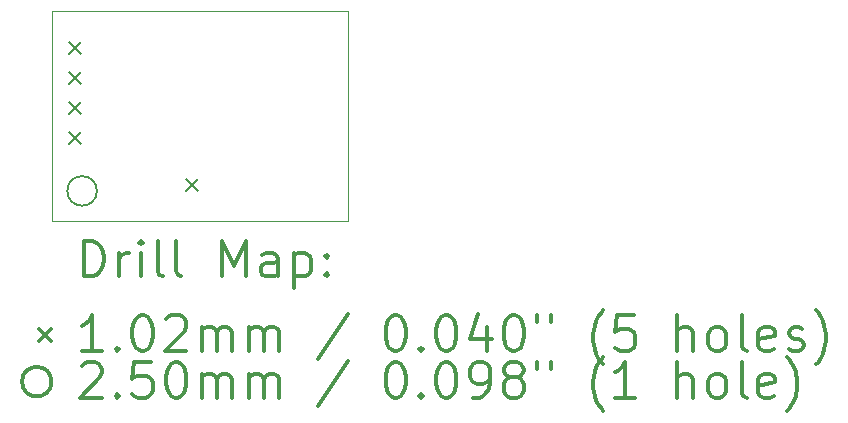
<source format=gbr>
%FSLAX45Y45*%
G04 Gerber Fmt 4.5, Leading zero omitted, Abs format (unit mm)*
G04 Created by KiCad (PCBNEW 4.0.2+dfsg1-stable) date søn 29 jan 2017 20:42:53 CET*
%MOMM*%
G01*
G04 APERTURE LIST*
%ADD10C,0.127000*%
%ADD11C,0.100000*%
%ADD12C,0.200000*%
%ADD13C,0.300000*%
G04 APERTURE END LIST*
D10*
D11*
X2501900Y1778000D02*
X0Y1778000D01*
X2501900Y0D02*
X2501900Y1778000D01*
X0Y0D02*
X2501900Y0D01*
X0Y1778000D02*
X0Y0D01*
D12*
X139700Y1511300D02*
X241300Y1409700D01*
X241300Y1511300D02*
X139700Y1409700D01*
X139700Y1257300D02*
X241300Y1155700D01*
X241300Y1257300D02*
X139700Y1155700D01*
X139700Y1003300D02*
X241300Y901700D01*
X241300Y1003300D02*
X139700Y901700D01*
X139700Y749300D02*
X241300Y647700D01*
X241300Y749300D02*
X139700Y647700D01*
X1130300Y355600D02*
X1231900Y254000D01*
X1231900Y355600D02*
X1130300Y254000D01*
X379000Y254000D02*
G75*
G03X379000Y254000I-125000J0D01*
G01*
D13*
X266429Y-470714D02*
X266429Y-170714D01*
X337857Y-170714D01*
X380714Y-185000D01*
X409286Y-213571D01*
X423571Y-242143D01*
X437857Y-299286D01*
X437857Y-342143D01*
X423571Y-399286D01*
X409286Y-427857D01*
X380714Y-456429D01*
X337857Y-470714D01*
X266429Y-470714D01*
X566429Y-470714D02*
X566429Y-270714D01*
X566429Y-327857D02*
X580714Y-299286D01*
X595000Y-285000D01*
X623571Y-270714D01*
X652143Y-270714D01*
X752143Y-470714D02*
X752143Y-270714D01*
X752143Y-170714D02*
X737857Y-185000D01*
X752143Y-199286D01*
X766428Y-185000D01*
X752143Y-170714D01*
X752143Y-199286D01*
X937857Y-470714D02*
X909286Y-456429D01*
X895000Y-427857D01*
X895000Y-170714D01*
X1095000Y-470714D02*
X1066429Y-456429D01*
X1052143Y-427857D01*
X1052143Y-170714D01*
X1437857Y-470714D02*
X1437857Y-170714D01*
X1537857Y-385000D01*
X1637857Y-170714D01*
X1637857Y-470714D01*
X1909286Y-470714D02*
X1909286Y-313572D01*
X1895000Y-285000D01*
X1866428Y-270714D01*
X1809286Y-270714D01*
X1780714Y-285000D01*
X1909286Y-456429D02*
X1880714Y-470714D01*
X1809286Y-470714D01*
X1780714Y-456429D01*
X1766428Y-427857D01*
X1766428Y-399286D01*
X1780714Y-370714D01*
X1809286Y-356429D01*
X1880714Y-356429D01*
X1909286Y-342143D01*
X2052143Y-270714D02*
X2052143Y-570714D01*
X2052143Y-285000D02*
X2080714Y-270714D01*
X2137857Y-270714D01*
X2166429Y-285000D01*
X2180714Y-299286D01*
X2195000Y-327857D01*
X2195000Y-413571D01*
X2180714Y-442143D01*
X2166429Y-456429D01*
X2137857Y-470714D01*
X2080714Y-470714D01*
X2052143Y-456429D01*
X2323571Y-442143D02*
X2337857Y-456429D01*
X2323571Y-470714D01*
X2309286Y-456429D01*
X2323571Y-442143D01*
X2323571Y-470714D01*
X2323571Y-285000D02*
X2337857Y-299286D01*
X2323571Y-313572D01*
X2309286Y-299286D01*
X2323571Y-285000D01*
X2323571Y-313572D01*
X-106600Y-914200D02*
X-5000Y-1015800D01*
X-5000Y-914200D02*
X-106600Y-1015800D01*
X423571Y-1100714D02*
X252143Y-1100714D01*
X337857Y-1100714D02*
X337857Y-800714D01*
X309286Y-843571D01*
X280714Y-872143D01*
X252143Y-886429D01*
X552143Y-1072143D02*
X566429Y-1086429D01*
X552143Y-1100714D01*
X537857Y-1086429D01*
X552143Y-1072143D01*
X552143Y-1100714D01*
X752143Y-800714D02*
X780714Y-800714D01*
X809286Y-815000D01*
X823571Y-829286D01*
X837857Y-857857D01*
X852143Y-915000D01*
X852143Y-986429D01*
X837857Y-1043571D01*
X823571Y-1072143D01*
X809286Y-1086429D01*
X780714Y-1100714D01*
X752143Y-1100714D01*
X723571Y-1086429D01*
X709286Y-1072143D01*
X695000Y-1043571D01*
X680714Y-986429D01*
X680714Y-915000D01*
X695000Y-857857D01*
X709286Y-829286D01*
X723571Y-815000D01*
X752143Y-800714D01*
X966428Y-829286D02*
X980714Y-815000D01*
X1009286Y-800714D01*
X1080714Y-800714D01*
X1109286Y-815000D01*
X1123571Y-829286D01*
X1137857Y-857857D01*
X1137857Y-886429D01*
X1123571Y-929286D01*
X952143Y-1100714D01*
X1137857Y-1100714D01*
X1266429Y-1100714D02*
X1266429Y-900714D01*
X1266429Y-929286D02*
X1280714Y-915000D01*
X1309286Y-900714D01*
X1352143Y-900714D01*
X1380714Y-915000D01*
X1395000Y-943571D01*
X1395000Y-1100714D01*
X1395000Y-943571D02*
X1409286Y-915000D01*
X1437857Y-900714D01*
X1480714Y-900714D01*
X1509286Y-915000D01*
X1523571Y-943571D01*
X1523571Y-1100714D01*
X1666428Y-1100714D02*
X1666428Y-900714D01*
X1666428Y-929286D02*
X1680714Y-915000D01*
X1709286Y-900714D01*
X1752143Y-900714D01*
X1780714Y-915000D01*
X1795000Y-943571D01*
X1795000Y-1100714D01*
X1795000Y-943571D02*
X1809286Y-915000D01*
X1837857Y-900714D01*
X1880714Y-900714D01*
X1909286Y-915000D01*
X1923571Y-943571D01*
X1923571Y-1100714D01*
X2509286Y-786429D02*
X2252143Y-1172143D01*
X2895000Y-800714D02*
X2923571Y-800714D01*
X2952143Y-815000D01*
X2966428Y-829286D01*
X2980714Y-857857D01*
X2995000Y-915000D01*
X2995000Y-986429D01*
X2980714Y-1043571D01*
X2966428Y-1072143D01*
X2952143Y-1086429D01*
X2923571Y-1100714D01*
X2895000Y-1100714D01*
X2866428Y-1086429D01*
X2852143Y-1072143D01*
X2837857Y-1043571D01*
X2823571Y-986429D01*
X2823571Y-915000D01*
X2837857Y-857857D01*
X2852143Y-829286D01*
X2866428Y-815000D01*
X2895000Y-800714D01*
X3123571Y-1072143D02*
X3137857Y-1086429D01*
X3123571Y-1100714D01*
X3109286Y-1086429D01*
X3123571Y-1072143D01*
X3123571Y-1100714D01*
X3323571Y-800714D02*
X3352143Y-800714D01*
X3380714Y-815000D01*
X3395000Y-829286D01*
X3409285Y-857857D01*
X3423571Y-915000D01*
X3423571Y-986429D01*
X3409285Y-1043571D01*
X3395000Y-1072143D01*
X3380714Y-1086429D01*
X3352143Y-1100714D01*
X3323571Y-1100714D01*
X3295000Y-1086429D01*
X3280714Y-1072143D01*
X3266428Y-1043571D01*
X3252143Y-986429D01*
X3252143Y-915000D01*
X3266428Y-857857D01*
X3280714Y-829286D01*
X3295000Y-815000D01*
X3323571Y-800714D01*
X3680714Y-900714D02*
X3680714Y-1100714D01*
X3609285Y-786429D02*
X3537857Y-1000714D01*
X3723571Y-1000714D01*
X3895000Y-800714D02*
X3923571Y-800714D01*
X3952143Y-815000D01*
X3966428Y-829286D01*
X3980714Y-857857D01*
X3995000Y-915000D01*
X3995000Y-986429D01*
X3980714Y-1043571D01*
X3966428Y-1072143D01*
X3952143Y-1086429D01*
X3923571Y-1100714D01*
X3895000Y-1100714D01*
X3866428Y-1086429D01*
X3852143Y-1072143D01*
X3837857Y-1043571D01*
X3823571Y-986429D01*
X3823571Y-915000D01*
X3837857Y-857857D01*
X3852143Y-829286D01*
X3866428Y-815000D01*
X3895000Y-800714D01*
X4109286Y-800714D02*
X4109286Y-857857D01*
X4223571Y-800714D02*
X4223571Y-857857D01*
X4666428Y-1215000D02*
X4652143Y-1200714D01*
X4623571Y-1157857D01*
X4609286Y-1129286D01*
X4595000Y-1086429D01*
X4580714Y-1015000D01*
X4580714Y-957857D01*
X4595000Y-886429D01*
X4609286Y-843571D01*
X4623571Y-815000D01*
X4652143Y-772143D01*
X4666428Y-757857D01*
X4923571Y-800714D02*
X4780714Y-800714D01*
X4766428Y-943571D01*
X4780714Y-929286D01*
X4809286Y-915000D01*
X4880714Y-915000D01*
X4909286Y-929286D01*
X4923571Y-943571D01*
X4937857Y-972143D01*
X4937857Y-1043571D01*
X4923571Y-1072143D01*
X4909286Y-1086429D01*
X4880714Y-1100714D01*
X4809286Y-1100714D01*
X4780714Y-1086429D01*
X4766428Y-1072143D01*
X5295000Y-1100714D02*
X5295000Y-800714D01*
X5423571Y-1100714D02*
X5423571Y-943571D01*
X5409286Y-915000D01*
X5380714Y-900714D01*
X5337857Y-900714D01*
X5309286Y-915000D01*
X5295000Y-929286D01*
X5609285Y-1100714D02*
X5580714Y-1086429D01*
X5566428Y-1072143D01*
X5552143Y-1043571D01*
X5552143Y-957857D01*
X5566428Y-929286D01*
X5580714Y-915000D01*
X5609285Y-900714D01*
X5652143Y-900714D01*
X5680714Y-915000D01*
X5695000Y-929286D01*
X5709285Y-957857D01*
X5709285Y-1043571D01*
X5695000Y-1072143D01*
X5680714Y-1086429D01*
X5652143Y-1100714D01*
X5609285Y-1100714D01*
X5880714Y-1100714D02*
X5852143Y-1086429D01*
X5837857Y-1057857D01*
X5837857Y-800714D01*
X6109286Y-1086429D02*
X6080714Y-1100714D01*
X6023571Y-1100714D01*
X5995000Y-1086429D01*
X5980714Y-1057857D01*
X5980714Y-943571D01*
X5995000Y-915000D01*
X6023571Y-900714D01*
X6080714Y-900714D01*
X6109286Y-915000D01*
X6123571Y-943571D01*
X6123571Y-972143D01*
X5980714Y-1000714D01*
X6237857Y-1086429D02*
X6266428Y-1100714D01*
X6323571Y-1100714D01*
X6352143Y-1086429D01*
X6366428Y-1057857D01*
X6366428Y-1043571D01*
X6352143Y-1015000D01*
X6323571Y-1000714D01*
X6280714Y-1000714D01*
X6252143Y-986429D01*
X6237857Y-957857D01*
X6237857Y-943571D01*
X6252143Y-915000D01*
X6280714Y-900714D01*
X6323571Y-900714D01*
X6352143Y-915000D01*
X6466428Y-1215000D02*
X6480714Y-1200714D01*
X6509286Y-1157857D01*
X6523571Y-1129286D01*
X6537857Y-1086429D01*
X6552143Y-1015000D01*
X6552143Y-957857D01*
X6537857Y-886429D01*
X6523571Y-843571D01*
X6509286Y-815000D01*
X6480714Y-772143D01*
X6466428Y-757857D01*
X-5000Y-1361000D02*
G75*
G03X-5000Y-1361000I-125000J0D01*
G01*
X252143Y-1225286D02*
X266429Y-1211000D01*
X295000Y-1196714D01*
X366428Y-1196714D01*
X395000Y-1211000D01*
X409286Y-1225286D01*
X423571Y-1253857D01*
X423571Y-1282429D01*
X409286Y-1325286D01*
X237857Y-1496714D01*
X423571Y-1496714D01*
X552143Y-1468143D02*
X566429Y-1482429D01*
X552143Y-1496714D01*
X537857Y-1482429D01*
X552143Y-1468143D01*
X552143Y-1496714D01*
X837857Y-1196714D02*
X695000Y-1196714D01*
X680714Y-1339572D01*
X695000Y-1325286D01*
X723571Y-1311000D01*
X795000Y-1311000D01*
X823571Y-1325286D01*
X837857Y-1339572D01*
X852143Y-1368143D01*
X852143Y-1439571D01*
X837857Y-1468143D01*
X823571Y-1482429D01*
X795000Y-1496714D01*
X723571Y-1496714D01*
X695000Y-1482429D01*
X680714Y-1468143D01*
X1037857Y-1196714D02*
X1066429Y-1196714D01*
X1095000Y-1211000D01*
X1109286Y-1225286D01*
X1123571Y-1253857D01*
X1137857Y-1311000D01*
X1137857Y-1382429D01*
X1123571Y-1439571D01*
X1109286Y-1468143D01*
X1095000Y-1482429D01*
X1066429Y-1496714D01*
X1037857Y-1496714D01*
X1009286Y-1482429D01*
X995000Y-1468143D01*
X980714Y-1439571D01*
X966428Y-1382429D01*
X966428Y-1311000D01*
X980714Y-1253857D01*
X995000Y-1225286D01*
X1009286Y-1211000D01*
X1037857Y-1196714D01*
X1266429Y-1496714D02*
X1266429Y-1296714D01*
X1266429Y-1325286D02*
X1280714Y-1311000D01*
X1309286Y-1296714D01*
X1352143Y-1296714D01*
X1380714Y-1311000D01*
X1395000Y-1339572D01*
X1395000Y-1496714D01*
X1395000Y-1339572D02*
X1409286Y-1311000D01*
X1437857Y-1296714D01*
X1480714Y-1296714D01*
X1509286Y-1311000D01*
X1523571Y-1339572D01*
X1523571Y-1496714D01*
X1666428Y-1496714D02*
X1666428Y-1296714D01*
X1666428Y-1325286D02*
X1680714Y-1311000D01*
X1709286Y-1296714D01*
X1752143Y-1296714D01*
X1780714Y-1311000D01*
X1795000Y-1339572D01*
X1795000Y-1496714D01*
X1795000Y-1339572D02*
X1809286Y-1311000D01*
X1837857Y-1296714D01*
X1880714Y-1296714D01*
X1909286Y-1311000D01*
X1923571Y-1339572D01*
X1923571Y-1496714D01*
X2509286Y-1182429D02*
X2252143Y-1568143D01*
X2895000Y-1196714D02*
X2923571Y-1196714D01*
X2952143Y-1211000D01*
X2966428Y-1225286D01*
X2980714Y-1253857D01*
X2995000Y-1311000D01*
X2995000Y-1382429D01*
X2980714Y-1439571D01*
X2966428Y-1468143D01*
X2952143Y-1482429D01*
X2923571Y-1496714D01*
X2895000Y-1496714D01*
X2866428Y-1482429D01*
X2852143Y-1468143D01*
X2837857Y-1439571D01*
X2823571Y-1382429D01*
X2823571Y-1311000D01*
X2837857Y-1253857D01*
X2852143Y-1225286D01*
X2866428Y-1211000D01*
X2895000Y-1196714D01*
X3123571Y-1468143D02*
X3137857Y-1482429D01*
X3123571Y-1496714D01*
X3109286Y-1482429D01*
X3123571Y-1468143D01*
X3123571Y-1496714D01*
X3323571Y-1196714D02*
X3352143Y-1196714D01*
X3380714Y-1211000D01*
X3395000Y-1225286D01*
X3409285Y-1253857D01*
X3423571Y-1311000D01*
X3423571Y-1382429D01*
X3409285Y-1439571D01*
X3395000Y-1468143D01*
X3380714Y-1482429D01*
X3352143Y-1496714D01*
X3323571Y-1496714D01*
X3295000Y-1482429D01*
X3280714Y-1468143D01*
X3266428Y-1439571D01*
X3252143Y-1382429D01*
X3252143Y-1311000D01*
X3266428Y-1253857D01*
X3280714Y-1225286D01*
X3295000Y-1211000D01*
X3323571Y-1196714D01*
X3566428Y-1496714D02*
X3623571Y-1496714D01*
X3652143Y-1482429D01*
X3666428Y-1468143D01*
X3695000Y-1425286D01*
X3709285Y-1368143D01*
X3709285Y-1253857D01*
X3695000Y-1225286D01*
X3680714Y-1211000D01*
X3652143Y-1196714D01*
X3595000Y-1196714D01*
X3566428Y-1211000D01*
X3552143Y-1225286D01*
X3537857Y-1253857D01*
X3537857Y-1325286D01*
X3552143Y-1353857D01*
X3566428Y-1368143D01*
X3595000Y-1382429D01*
X3652143Y-1382429D01*
X3680714Y-1368143D01*
X3695000Y-1353857D01*
X3709285Y-1325286D01*
X3880714Y-1325286D02*
X3852143Y-1311000D01*
X3837857Y-1296714D01*
X3823571Y-1268143D01*
X3823571Y-1253857D01*
X3837857Y-1225286D01*
X3852143Y-1211000D01*
X3880714Y-1196714D01*
X3937857Y-1196714D01*
X3966428Y-1211000D01*
X3980714Y-1225286D01*
X3995000Y-1253857D01*
X3995000Y-1268143D01*
X3980714Y-1296714D01*
X3966428Y-1311000D01*
X3937857Y-1325286D01*
X3880714Y-1325286D01*
X3852143Y-1339572D01*
X3837857Y-1353857D01*
X3823571Y-1382429D01*
X3823571Y-1439571D01*
X3837857Y-1468143D01*
X3852143Y-1482429D01*
X3880714Y-1496714D01*
X3937857Y-1496714D01*
X3966428Y-1482429D01*
X3980714Y-1468143D01*
X3995000Y-1439571D01*
X3995000Y-1382429D01*
X3980714Y-1353857D01*
X3966428Y-1339572D01*
X3937857Y-1325286D01*
X4109286Y-1196714D02*
X4109286Y-1253857D01*
X4223571Y-1196714D02*
X4223571Y-1253857D01*
X4666428Y-1611000D02*
X4652143Y-1596714D01*
X4623571Y-1553857D01*
X4609286Y-1525286D01*
X4595000Y-1482429D01*
X4580714Y-1411000D01*
X4580714Y-1353857D01*
X4595000Y-1282429D01*
X4609286Y-1239572D01*
X4623571Y-1211000D01*
X4652143Y-1168143D01*
X4666428Y-1153857D01*
X4937857Y-1496714D02*
X4766428Y-1496714D01*
X4852143Y-1496714D02*
X4852143Y-1196714D01*
X4823571Y-1239572D01*
X4795000Y-1268143D01*
X4766428Y-1282429D01*
X5295000Y-1496714D02*
X5295000Y-1196714D01*
X5423571Y-1496714D02*
X5423571Y-1339572D01*
X5409286Y-1311000D01*
X5380714Y-1296714D01*
X5337857Y-1296714D01*
X5309286Y-1311000D01*
X5295000Y-1325286D01*
X5609285Y-1496714D02*
X5580714Y-1482429D01*
X5566428Y-1468143D01*
X5552143Y-1439571D01*
X5552143Y-1353857D01*
X5566428Y-1325286D01*
X5580714Y-1311000D01*
X5609285Y-1296714D01*
X5652143Y-1296714D01*
X5680714Y-1311000D01*
X5695000Y-1325286D01*
X5709285Y-1353857D01*
X5709285Y-1439571D01*
X5695000Y-1468143D01*
X5680714Y-1482429D01*
X5652143Y-1496714D01*
X5609285Y-1496714D01*
X5880714Y-1496714D02*
X5852143Y-1482429D01*
X5837857Y-1453857D01*
X5837857Y-1196714D01*
X6109286Y-1482429D02*
X6080714Y-1496714D01*
X6023571Y-1496714D01*
X5995000Y-1482429D01*
X5980714Y-1453857D01*
X5980714Y-1339572D01*
X5995000Y-1311000D01*
X6023571Y-1296714D01*
X6080714Y-1296714D01*
X6109286Y-1311000D01*
X6123571Y-1339572D01*
X6123571Y-1368143D01*
X5980714Y-1396714D01*
X6223571Y-1611000D02*
X6237857Y-1596714D01*
X6266428Y-1553857D01*
X6280714Y-1525286D01*
X6295000Y-1482429D01*
X6309286Y-1411000D01*
X6309286Y-1353857D01*
X6295000Y-1282429D01*
X6280714Y-1239572D01*
X6266428Y-1211000D01*
X6237857Y-1168143D01*
X6223571Y-1153857D01*
M02*

</source>
